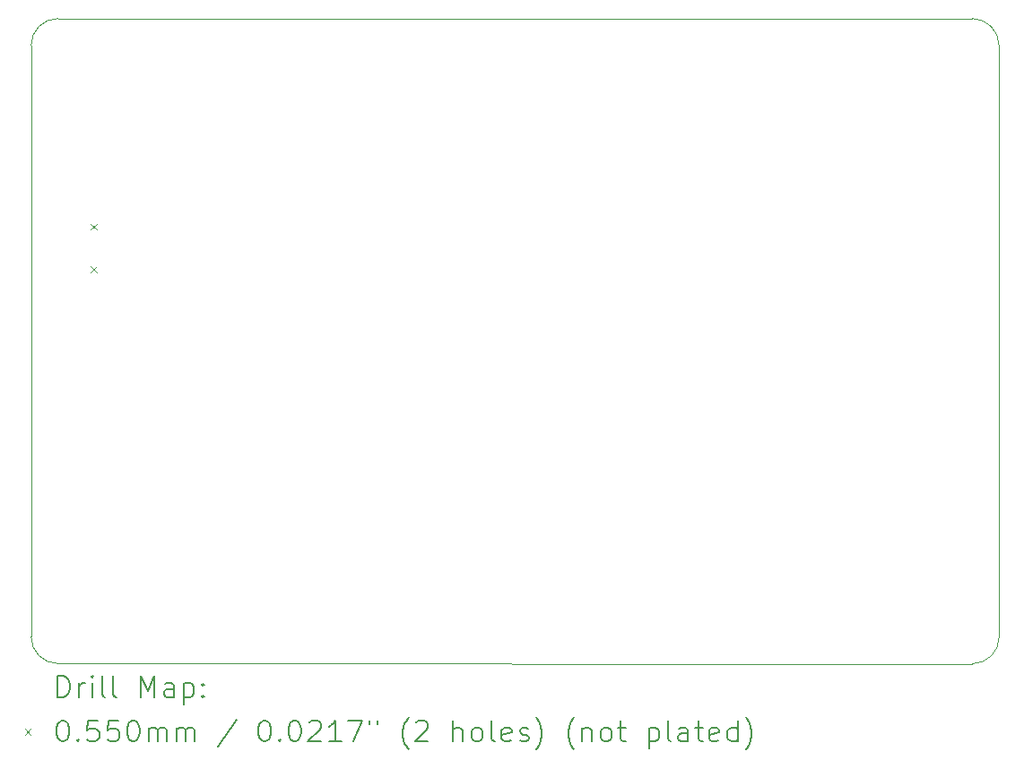
<source format=gbr>
%TF.GenerationSoftware,KiCad,Pcbnew,(6.0.9)*%
%TF.CreationDate,2022-11-27T19:04:10-05:00*%
%TF.ProjectId,usbcounter,75736263-6f75-46e7-9465-722e6b696361,rev?*%
%TF.SameCoordinates,Original*%
%TF.FileFunction,Drillmap*%
%TF.FilePolarity,Positive*%
%FSLAX45Y45*%
G04 Gerber Fmt 4.5, Leading zero omitted, Abs format (unit mm)*
G04 Created by KiCad (PCBNEW (6.0.9)) date 2022-11-27 19:04:10*
%MOMM*%
%LPD*%
G01*
G04 APERTURE LIST*
%ADD10C,0.100000*%
%ADD11C,0.200000*%
%ADD12C,0.055000*%
G04 APERTURE END LIST*
D10*
X13970000Y-11176000D02*
G75*
G03*
X14224000Y-10922000I0J254000D01*
G01*
X14222195Y-5335805D02*
X14224000Y-10922000D01*
X5335805Y-5081805D02*
X13968195Y-5081805D01*
X5081805Y-10920195D02*
X5081805Y-5335805D01*
X13970000Y-11176000D02*
X5335805Y-11174195D01*
X14222195Y-5335805D02*
G75*
G03*
X13968195Y-5081805I-253995J5D01*
G01*
X5335805Y-5081805D02*
G75*
G03*
X5081805Y-5335805I0J-254000D01*
G01*
X5081805Y-10920195D02*
G75*
G03*
X5335805Y-11174195I254005J5D01*
G01*
D11*
D12*
X5647800Y-7021614D02*
X5702800Y-7076614D01*
X5702800Y-7021614D02*
X5647800Y-7076614D01*
X5647800Y-7421614D02*
X5702800Y-7476614D01*
X5702800Y-7421614D02*
X5647800Y-7476614D01*
D11*
X5334424Y-11491476D02*
X5334424Y-11291476D01*
X5382043Y-11291476D01*
X5410615Y-11301000D01*
X5429662Y-11320048D01*
X5439186Y-11339095D01*
X5448710Y-11377190D01*
X5448710Y-11405762D01*
X5439186Y-11443857D01*
X5429662Y-11462905D01*
X5410615Y-11481952D01*
X5382043Y-11491476D01*
X5334424Y-11491476D01*
X5534424Y-11491476D02*
X5534424Y-11358143D01*
X5534424Y-11396238D02*
X5543948Y-11377190D01*
X5553472Y-11367667D01*
X5572519Y-11358143D01*
X5591567Y-11358143D01*
X5658234Y-11491476D02*
X5658234Y-11358143D01*
X5658234Y-11291476D02*
X5648710Y-11301000D01*
X5658234Y-11310524D01*
X5667757Y-11301000D01*
X5658234Y-11291476D01*
X5658234Y-11310524D01*
X5782043Y-11491476D02*
X5762995Y-11481952D01*
X5753472Y-11462905D01*
X5753472Y-11291476D01*
X5886805Y-11491476D02*
X5867757Y-11481952D01*
X5858234Y-11462905D01*
X5858234Y-11291476D01*
X6115376Y-11491476D02*
X6115376Y-11291476D01*
X6182043Y-11434333D01*
X6248710Y-11291476D01*
X6248710Y-11491476D01*
X6429662Y-11491476D02*
X6429662Y-11386714D01*
X6420138Y-11367667D01*
X6401091Y-11358143D01*
X6362995Y-11358143D01*
X6343948Y-11367667D01*
X6429662Y-11481952D02*
X6410615Y-11491476D01*
X6362995Y-11491476D01*
X6343948Y-11481952D01*
X6334424Y-11462905D01*
X6334424Y-11443857D01*
X6343948Y-11424809D01*
X6362995Y-11415286D01*
X6410615Y-11415286D01*
X6429662Y-11405762D01*
X6524900Y-11358143D02*
X6524900Y-11558143D01*
X6524900Y-11367667D02*
X6543948Y-11358143D01*
X6582043Y-11358143D01*
X6601091Y-11367667D01*
X6610615Y-11377190D01*
X6620138Y-11396238D01*
X6620138Y-11453381D01*
X6610615Y-11472428D01*
X6601091Y-11481952D01*
X6582043Y-11491476D01*
X6543948Y-11491476D01*
X6524900Y-11481952D01*
X6705853Y-11472428D02*
X6715376Y-11481952D01*
X6705853Y-11491476D01*
X6696329Y-11481952D01*
X6705853Y-11472428D01*
X6705853Y-11491476D01*
X6705853Y-11367667D02*
X6715376Y-11377190D01*
X6705853Y-11386714D01*
X6696329Y-11377190D01*
X6705853Y-11367667D01*
X6705853Y-11386714D01*
D12*
X5021805Y-11793500D02*
X5076805Y-11848500D01*
X5076805Y-11793500D02*
X5021805Y-11848500D01*
D11*
X5372519Y-11711476D02*
X5391567Y-11711476D01*
X5410615Y-11721000D01*
X5420138Y-11730524D01*
X5429662Y-11749571D01*
X5439186Y-11787667D01*
X5439186Y-11835286D01*
X5429662Y-11873381D01*
X5420138Y-11892428D01*
X5410615Y-11901952D01*
X5391567Y-11911476D01*
X5372519Y-11911476D01*
X5353472Y-11901952D01*
X5343948Y-11892428D01*
X5334424Y-11873381D01*
X5324900Y-11835286D01*
X5324900Y-11787667D01*
X5334424Y-11749571D01*
X5343948Y-11730524D01*
X5353472Y-11721000D01*
X5372519Y-11711476D01*
X5524900Y-11892428D02*
X5534424Y-11901952D01*
X5524900Y-11911476D01*
X5515377Y-11901952D01*
X5524900Y-11892428D01*
X5524900Y-11911476D01*
X5715376Y-11711476D02*
X5620138Y-11711476D01*
X5610615Y-11806714D01*
X5620138Y-11797190D01*
X5639186Y-11787667D01*
X5686805Y-11787667D01*
X5705853Y-11797190D01*
X5715376Y-11806714D01*
X5724900Y-11825762D01*
X5724900Y-11873381D01*
X5715376Y-11892428D01*
X5705853Y-11901952D01*
X5686805Y-11911476D01*
X5639186Y-11911476D01*
X5620138Y-11901952D01*
X5610615Y-11892428D01*
X5905853Y-11711476D02*
X5810615Y-11711476D01*
X5801091Y-11806714D01*
X5810615Y-11797190D01*
X5829662Y-11787667D01*
X5877281Y-11787667D01*
X5896329Y-11797190D01*
X5905853Y-11806714D01*
X5915376Y-11825762D01*
X5915376Y-11873381D01*
X5905853Y-11892428D01*
X5896329Y-11901952D01*
X5877281Y-11911476D01*
X5829662Y-11911476D01*
X5810615Y-11901952D01*
X5801091Y-11892428D01*
X6039186Y-11711476D02*
X6058234Y-11711476D01*
X6077281Y-11721000D01*
X6086805Y-11730524D01*
X6096329Y-11749571D01*
X6105853Y-11787667D01*
X6105853Y-11835286D01*
X6096329Y-11873381D01*
X6086805Y-11892428D01*
X6077281Y-11901952D01*
X6058234Y-11911476D01*
X6039186Y-11911476D01*
X6020138Y-11901952D01*
X6010615Y-11892428D01*
X6001091Y-11873381D01*
X5991567Y-11835286D01*
X5991567Y-11787667D01*
X6001091Y-11749571D01*
X6010615Y-11730524D01*
X6020138Y-11721000D01*
X6039186Y-11711476D01*
X6191567Y-11911476D02*
X6191567Y-11778143D01*
X6191567Y-11797190D02*
X6201091Y-11787667D01*
X6220138Y-11778143D01*
X6248710Y-11778143D01*
X6267757Y-11787667D01*
X6277281Y-11806714D01*
X6277281Y-11911476D01*
X6277281Y-11806714D02*
X6286805Y-11787667D01*
X6305853Y-11778143D01*
X6334424Y-11778143D01*
X6353472Y-11787667D01*
X6362995Y-11806714D01*
X6362995Y-11911476D01*
X6458234Y-11911476D02*
X6458234Y-11778143D01*
X6458234Y-11797190D02*
X6467757Y-11787667D01*
X6486805Y-11778143D01*
X6515376Y-11778143D01*
X6534424Y-11787667D01*
X6543948Y-11806714D01*
X6543948Y-11911476D01*
X6543948Y-11806714D02*
X6553472Y-11787667D01*
X6572519Y-11778143D01*
X6601091Y-11778143D01*
X6620138Y-11787667D01*
X6629662Y-11806714D01*
X6629662Y-11911476D01*
X7020138Y-11701952D02*
X6848710Y-11959095D01*
X7277281Y-11711476D02*
X7296329Y-11711476D01*
X7315376Y-11721000D01*
X7324900Y-11730524D01*
X7334424Y-11749571D01*
X7343948Y-11787667D01*
X7343948Y-11835286D01*
X7334424Y-11873381D01*
X7324900Y-11892428D01*
X7315376Y-11901952D01*
X7296329Y-11911476D01*
X7277281Y-11911476D01*
X7258234Y-11901952D01*
X7248710Y-11892428D01*
X7239186Y-11873381D01*
X7229662Y-11835286D01*
X7229662Y-11787667D01*
X7239186Y-11749571D01*
X7248710Y-11730524D01*
X7258234Y-11721000D01*
X7277281Y-11711476D01*
X7429662Y-11892428D02*
X7439186Y-11901952D01*
X7429662Y-11911476D01*
X7420138Y-11901952D01*
X7429662Y-11892428D01*
X7429662Y-11911476D01*
X7562995Y-11711476D02*
X7582043Y-11711476D01*
X7601091Y-11721000D01*
X7610615Y-11730524D01*
X7620138Y-11749571D01*
X7629662Y-11787667D01*
X7629662Y-11835286D01*
X7620138Y-11873381D01*
X7610615Y-11892428D01*
X7601091Y-11901952D01*
X7582043Y-11911476D01*
X7562995Y-11911476D01*
X7543948Y-11901952D01*
X7534424Y-11892428D01*
X7524900Y-11873381D01*
X7515376Y-11835286D01*
X7515376Y-11787667D01*
X7524900Y-11749571D01*
X7534424Y-11730524D01*
X7543948Y-11721000D01*
X7562995Y-11711476D01*
X7705853Y-11730524D02*
X7715376Y-11721000D01*
X7734424Y-11711476D01*
X7782043Y-11711476D01*
X7801091Y-11721000D01*
X7810615Y-11730524D01*
X7820138Y-11749571D01*
X7820138Y-11768619D01*
X7810615Y-11797190D01*
X7696329Y-11911476D01*
X7820138Y-11911476D01*
X8010615Y-11911476D02*
X7896329Y-11911476D01*
X7953472Y-11911476D02*
X7953472Y-11711476D01*
X7934424Y-11740048D01*
X7915376Y-11759095D01*
X7896329Y-11768619D01*
X8077281Y-11711476D02*
X8210615Y-11711476D01*
X8124900Y-11911476D01*
X8277281Y-11711476D02*
X8277281Y-11749571D01*
X8353472Y-11711476D02*
X8353472Y-11749571D01*
X8648710Y-11987667D02*
X8639186Y-11978143D01*
X8620138Y-11949571D01*
X8610615Y-11930524D01*
X8601091Y-11901952D01*
X8591567Y-11854333D01*
X8591567Y-11816238D01*
X8601091Y-11768619D01*
X8610615Y-11740048D01*
X8620138Y-11721000D01*
X8639186Y-11692428D01*
X8648710Y-11682905D01*
X8715377Y-11730524D02*
X8724900Y-11721000D01*
X8743948Y-11711476D01*
X8791567Y-11711476D01*
X8810615Y-11721000D01*
X8820138Y-11730524D01*
X8829662Y-11749571D01*
X8829662Y-11768619D01*
X8820138Y-11797190D01*
X8705853Y-11911476D01*
X8829662Y-11911476D01*
X9067757Y-11911476D02*
X9067757Y-11711476D01*
X9153472Y-11911476D02*
X9153472Y-11806714D01*
X9143948Y-11787667D01*
X9124900Y-11778143D01*
X9096329Y-11778143D01*
X9077281Y-11787667D01*
X9067757Y-11797190D01*
X9277281Y-11911476D02*
X9258234Y-11901952D01*
X9248710Y-11892428D01*
X9239186Y-11873381D01*
X9239186Y-11816238D01*
X9248710Y-11797190D01*
X9258234Y-11787667D01*
X9277281Y-11778143D01*
X9305853Y-11778143D01*
X9324900Y-11787667D01*
X9334424Y-11797190D01*
X9343948Y-11816238D01*
X9343948Y-11873381D01*
X9334424Y-11892428D01*
X9324900Y-11901952D01*
X9305853Y-11911476D01*
X9277281Y-11911476D01*
X9458234Y-11911476D02*
X9439186Y-11901952D01*
X9429662Y-11882905D01*
X9429662Y-11711476D01*
X9610615Y-11901952D02*
X9591567Y-11911476D01*
X9553472Y-11911476D01*
X9534424Y-11901952D01*
X9524900Y-11882905D01*
X9524900Y-11806714D01*
X9534424Y-11787667D01*
X9553472Y-11778143D01*
X9591567Y-11778143D01*
X9610615Y-11787667D01*
X9620138Y-11806714D01*
X9620138Y-11825762D01*
X9524900Y-11844809D01*
X9696329Y-11901952D02*
X9715377Y-11911476D01*
X9753472Y-11911476D01*
X9772519Y-11901952D01*
X9782043Y-11882905D01*
X9782043Y-11873381D01*
X9772519Y-11854333D01*
X9753472Y-11844809D01*
X9724900Y-11844809D01*
X9705853Y-11835286D01*
X9696329Y-11816238D01*
X9696329Y-11806714D01*
X9705853Y-11787667D01*
X9724900Y-11778143D01*
X9753472Y-11778143D01*
X9772519Y-11787667D01*
X9848710Y-11987667D02*
X9858234Y-11978143D01*
X9877281Y-11949571D01*
X9886805Y-11930524D01*
X9896329Y-11901952D01*
X9905853Y-11854333D01*
X9905853Y-11816238D01*
X9896329Y-11768619D01*
X9886805Y-11740048D01*
X9877281Y-11721000D01*
X9858234Y-11692428D01*
X9848710Y-11682905D01*
X10210615Y-11987667D02*
X10201091Y-11978143D01*
X10182043Y-11949571D01*
X10172519Y-11930524D01*
X10162996Y-11901952D01*
X10153472Y-11854333D01*
X10153472Y-11816238D01*
X10162996Y-11768619D01*
X10172519Y-11740048D01*
X10182043Y-11721000D01*
X10201091Y-11692428D01*
X10210615Y-11682905D01*
X10286805Y-11778143D02*
X10286805Y-11911476D01*
X10286805Y-11797190D02*
X10296329Y-11787667D01*
X10315377Y-11778143D01*
X10343948Y-11778143D01*
X10362996Y-11787667D01*
X10372519Y-11806714D01*
X10372519Y-11911476D01*
X10496329Y-11911476D02*
X10477281Y-11901952D01*
X10467757Y-11892428D01*
X10458234Y-11873381D01*
X10458234Y-11816238D01*
X10467757Y-11797190D01*
X10477281Y-11787667D01*
X10496329Y-11778143D01*
X10524900Y-11778143D01*
X10543948Y-11787667D01*
X10553472Y-11797190D01*
X10562996Y-11816238D01*
X10562996Y-11873381D01*
X10553472Y-11892428D01*
X10543948Y-11901952D01*
X10524900Y-11911476D01*
X10496329Y-11911476D01*
X10620138Y-11778143D02*
X10696329Y-11778143D01*
X10648710Y-11711476D02*
X10648710Y-11882905D01*
X10658234Y-11901952D01*
X10677281Y-11911476D01*
X10696329Y-11911476D01*
X10915377Y-11778143D02*
X10915377Y-11978143D01*
X10915377Y-11787667D02*
X10934424Y-11778143D01*
X10972519Y-11778143D01*
X10991567Y-11787667D01*
X11001091Y-11797190D01*
X11010615Y-11816238D01*
X11010615Y-11873381D01*
X11001091Y-11892428D01*
X10991567Y-11901952D01*
X10972519Y-11911476D01*
X10934424Y-11911476D01*
X10915377Y-11901952D01*
X11124900Y-11911476D02*
X11105853Y-11901952D01*
X11096329Y-11882905D01*
X11096329Y-11711476D01*
X11286805Y-11911476D02*
X11286805Y-11806714D01*
X11277281Y-11787667D01*
X11258234Y-11778143D01*
X11220138Y-11778143D01*
X11201091Y-11787667D01*
X11286805Y-11901952D02*
X11267757Y-11911476D01*
X11220138Y-11911476D01*
X11201091Y-11901952D01*
X11191567Y-11882905D01*
X11191567Y-11863857D01*
X11201091Y-11844809D01*
X11220138Y-11835286D01*
X11267757Y-11835286D01*
X11286805Y-11825762D01*
X11353472Y-11778143D02*
X11429662Y-11778143D01*
X11382043Y-11711476D02*
X11382043Y-11882905D01*
X11391567Y-11901952D01*
X11410615Y-11911476D01*
X11429662Y-11911476D01*
X11572519Y-11901952D02*
X11553472Y-11911476D01*
X11515376Y-11911476D01*
X11496329Y-11901952D01*
X11486805Y-11882905D01*
X11486805Y-11806714D01*
X11496329Y-11787667D01*
X11515376Y-11778143D01*
X11553472Y-11778143D01*
X11572519Y-11787667D01*
X11582043Y-11806714D01*
X11582043Y-11825762D01*
X11486805Y-11844809D01*
X11753472Y-11911476D02*
X11753472Y-11711476D01*
X11753472Y-11901952D02*
X11734424Y-11911476D01*
X11696329Y-11911476D01*
X11677281Y-11901952D01*
X11667757Y-11892428D01*
X11658234Y-11873381D01*
X11658234Y-11816238D01*
X11667757Y-11797190D01*
X11677281Y-11787667D01*
X11696329Y-11778143D01*
X11734424Y-11778143D01*
X11753472Y-11787667D01*
X11829662Y-11987667D02*
X11839186Y-11978143D01*
X11858234Y-11949571D01*
X11867757Y-11930524D01*
X11877281Y-11901952D01*
X11886805Y-11854333D01*
X11886805Y-11816238D01*
X11877281Y-11768619D01*
X11867757Y-11740048D01*
X11858234Y-11721000D01*
X11839186Y-11692428D01*
X11829662Y-11682905D01*
M02*

</source>
